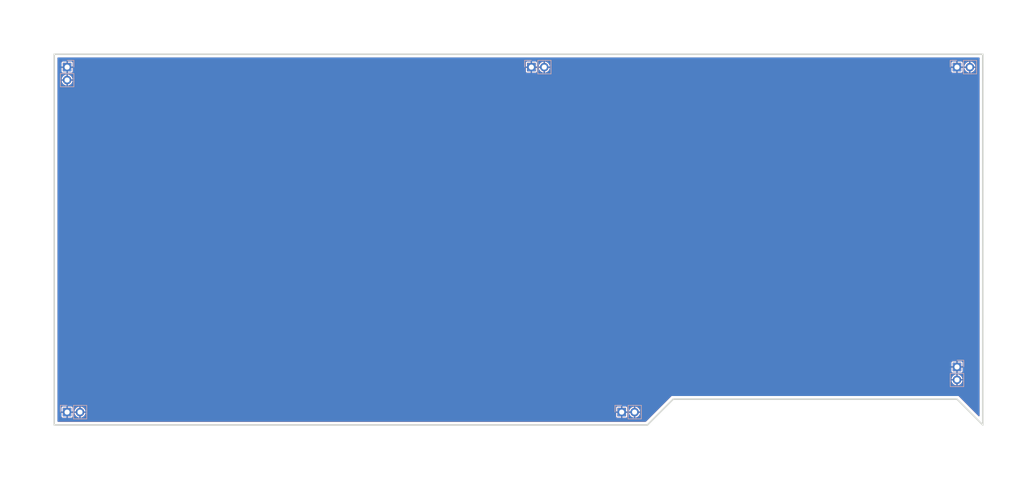
<source format=kicad_pcb>
(kicad_pcb (version 20221018) (generator pcbnew)
  (layers (0 "F.Cu" signal) (31 "B.Cu" signal) (34 "B.Paste" user) (35 "F.Paste" user) (36 "B.SilkS" user "B.Silkscreen") (37 "F.SilkS" user "F.Silkscreen") (38 "B.Mask" user) (39 "F.Mask" user) (44 "Edge.Cuts" user))
  (net 0 "")
  (net 1 "GND")
  (footprint "Connector_PinHeader_2.54mm:PinHeader_1x02_P2.54mm_Vertical" (layer "B.Cu") (at 666.115 434.975 -90)
    (fp_text reference " " hide)
    (fp_text value "PinHeader_1x02_P2.54mm_Vertical")
    (fp_line (start -1.33 -3.87) (end 1.33 -3.87) (stroke (width 0.12)) (layer "B.SilkS"))
    (fp_line (start -1.33 -1.27) (end -1.33 -3.87) (stroke (width 0.12)) (layer "B.SilkS"))
    (fp_line (start -1.33 -1.27) (end 1.33 -1.27) (stroke (width 0.12)) (layer "B.SilkS"))
    (fp_line (start -1.33 0) (end -1.33 1.33) (stroke (width 0.12)) (layer "B.SilkS"))
    (fp_line (start -1.33 1.33) (end 0 1.33) (stroke (width 0.12)) (layer "B.SilkS"))
    (fp_line (start 1.33 -1.27) (end 1.33 -3.87) (stroke (width 0.12)) (layer "B.SilkS"))
    (pad "1" thru_hole rect (at 0 0 270) (size 1.7 1.7) (drill 1) (layers "*.Cu" "*.Mask") (net 1 "GND"))
    (pad "2" thru_hole oval (at 0 -2.54 270) (size 1.7 1.7) (drill 1) (layers "*.Cu" "*.Mask") (net 1 "GND"))
  )
  (footprint "Connector_PinHeader_2.54mm:PinHeader_1x02_P2.54mm_Vertical" (layer "B.Cu") (at 732.15 367.03 -90)
    (fp_text reference " " hide)
    (fp_text value "PinHeader_1x02_P2.54mm_Vertical")
    (fp_line (start -1.33 -3.87) (end 1.33 -3.87) (stroke (width 0.12)) (layer "B.SilkS"))
    (fp_line (start -1.33 -1.27) (end -1.33 -3.87) (stroke (width 0.12)) (layer "B.SilkS"))
    (fp_line (start -1.33 -1.27) (end 1.33 -1.27) (stroke (width 0.12)) (layer "B.SilkS"))
    (fp_line (start -1.33 0) (end -1.33 1.33) (stroke (width 0.12)) (layer "B.SilkS"))
    (fp_line (start -1.33 1.33) (end 0 1.33) (stroke (width 0.12)) (layer "B.SilkS"))
    (fp_line (start 1.33 -1.27) (end 1.33 -3.87) (stroke (width 0.12)) (layer "B.SilkS"))
    (pad "1" thru_hole rect (at 0 0 270) (size 1.7 1.7) (drill 1) (layers "*.Cu" "*.Mask") (net 1 "GND"))
    (pad "2" thru_hole oval (at 0 -2.54 270) (size 1.7 1.7) (drill 1) (layers "*.Cu" "*.Mask") (net 1 "GND"))
  )
  (footprint "Connector_PinHeader_2.54mm:PinHeader_1x02_P2.54mm_Vertical" (layer "B.Cu") (at 648.33 367.03 -90)
    (fp_text reference " " hide)
    (fp_text value "PinHeader_1x02_P2.54mm_Vertical")
    (fp_line (start -1.33 -3.87) (end 1.33 -3.87) (stroke (width 0.12)) (layer "B.SilkS"))
    (fp_line (start -1.33 -1.27) (end -1.33 -3.87) (stroke (width 0.12)) (layer "B.SilkS"))
    (fp_line (start -1.33 -1.27) (end 1.33 -1.27) (stroke (width 0.12)) (layer "B.SilkS"))
    (fp_line (start -1.33 0) (end -1.33 1.33) (stroke (width 0.12)) (layer "B.SilkS"))
    (fp_line (start -1.33 1.33) (end 0 1.33) (stroke (width 0.12)) (layer "B.SilkS"))
    (fp_line (start 1.33 -1.27) (end 1.33 -3.87) (stroke (width 0.12)) (layer "B.SilkS"))
    (pad "1" thru_hole rect (at 0 0 270) (size 1.7 1.7) (drill 1) (layers "*.Cu" "*.Mask") (net 1 "GND"))
    (pad "2" thru_hole oval (at 0 -2.54 270) (size 1.7 1.7) (drill 1) (layers "*.Cu" "*.Mask") (net 1 "GND"))
  )
  (footprint "Connector_PinHeader_2.54mm:PinHeader_1x02_P2.54mm_Vertical" (layer "B.Cu") (at 732.155 426.08 180)
    (fp_text reference " " hide)
    (fp_text value "PinHeader_1x02_P2.54mm_Vertical")
    (fp_line (start -1.33 -3.87) (end 1.33 -3.87) (stroke (width 0.12)) (layer "B.SilkS"))
    (fp_line (start -1.33 -1.27) (end -1.33 -3.87) (stroke (width 0.12)) (layer "B.SilkS"))
    (fp_line (start -1.33 -1.27) (end 1.33 -1.27) (stroke (width 0.12)) (layer "B.SilkS"))
    (fp_line (start -1.33 0) (end -1.33 1.33) (stroke (width 0.12)) (layer "B.SilkS"))
    (fp_line (start -1.33 1.33) (end 0 1.33) (stroke (width 0.12)) (layer "B.SilkS"))
    (fp_line (start 1.33 -1.27) (end 1.33 -3.87) (stroke (width 0.12)) (layer "B.SilkS"))
    (pad "1" thru_hole rect (at 0 0 180) (size 1.7 1.7) (drill 1) (layers "*.Cu" "*.Mask") (net 1 "GND"))
    (pad "2" thru_hole oval (at 0 -2.54 180) (size 1.7 1.7) (drill 1) (layers "*.Cu" "*.Mask") (net 1 "GND"))
  )
  (footprint "Connector_PinHeader_2.54mm:PinHeader_1x02_P2.54mm_Vertical" (layer "B.Cu") (at 556.89 434.975 -90)
    (fp_text reference " " hide)
    (fp_text value "PinHeader_1x02_P2.54mm_Vertical")
    (fp_line (start -1.33 -3.87) (end 1.33 -3.87) (stroke (width 0.12)) (layer "B.SilkS"))
    (fp_line (start -1.33 -1.27) (end -1.33 -3.87) (stroke (width 0.12)) (layer "B.SilkS"))
    (fp_line (start -1.33 -1.27) (end 1.33 -1.27) (stroke (width 0.12)) (layer "B.SilkS"))
    (fp_line (start -1.33 0) (end -1.33 1.33) (stroke (width 0.12)) (layer "B.SilkS"))
    (fp_line (start -1.33 1.33) (end 0 1.33) (stroke (width 0.12)) (layer "B.SilkS"))
    (fp_line (start 1.33 -1.27) (end 1.33 -3.87) (stroke (width 0.12)) (layer "B.SilkS"))
    (pad "1" thru_hole rect (at 0 0 270) (size 1.7 1.7) (drill 1) (layers "*.Cu" "*.Mask") (net 1 "GND"))
    (pad "2" thru_hole oval (at 0 -2.54 270) (size 1.7 1.7) (drill 1) (layers "*.Cu" "*.Mask") (net 1 "GND"))
  )
  (footprint "Connector_PinHeader_2.54mm:PinHeader_1x02_P2.54mm_Vertical" (layer "B.Cu") (at 556.895 367.03 180)
    (fp_text reference " " hide)
    (fp_text value "PinHeader_1x02_P2.54mm_Vertical")
    (fp_line (start -1.33 -3.87) (end 1.33 -3.87) (stroke (width 0.12)) (layer "B.SilkS"))
    (fp_line (start -1.33 -1.27) (end -1.33 -3.87) (stroke (width 0.12)) (layer "B.SilkS"))
    (fp_line (start -1.33 -1.27) (end 1.33 -1.27) (stroke (width 0.12)) (layer "B.SilkS"))
    (fp_line (start -1.33 0) (end -1.33 1.33) (stroke (width 0.12)) (layer "B.SilkS"))
    (fp_line (start -1.33 1.33) (end 0 1.33) (stroke (width 0.12)) (layer "B.SilkS"))
    (fp_line (start 1.33 -1.27) (end 1.33 -3.87) (stroke (width 0.12)) (layer "B.SilkS"))
    (pad "1" thru_hole rect (at 0 0 180) (size 1.7 1.7) (drill 1) (layers "*.Cu" "*.Mask") (net 1 "GND"))
    (pad "2" thru_hole oval (at 0 -2.54 180) (size 1.7 1.7) (drill 1) (layers "*.Cu" "*.Mask") (net 1 "GND"))
  )
  (gr_line (start 554.355 437.50484) (end 554.355 364.49) (stroke (width 0.3)) (layer "Edge.Cuts"))
  (gr_line (start 737.22484 437.50484) (end 737.235 364.49) (stroke (width 0.3)) (layer "Edge.Cuts"))
  (gr_line (start 554.355 364.49) (end 737.235 364.49) (stroke (width 0.3)) (layer "Edge.Cuts"))
  (gr_line (start 676.26484 432.42484) (end 732.14484 432.42484) (stroke (width 0.3)) (layer "Edge.Cuts"))
  (gr_line (start 671.18484 437.50484) (end 554.355 437.50484) (stroke (width 0.3)) (layer "Edge.Cuts"))
  (gr_line (start 737.22484 437.50484) (end 732.14484 432.42484) (stroke (width 0.3)) (layer "Edge.Cuts"))
  (gr_line (start 671.18484 437.50484) (end 676.26484 432.42484) (stroke (width 0.3)) (layer "Edge.Cuts"))
  (zone (net 1) (net_name "GND") (layer "F.Cu") (connect_pads (clearance 0.25)) (min_thickness 0.25) (fill yes (thermal_gap 0.25) (thermal_bridge_width 0.25))
    (polygon (pts (xy 554.99 365.125) (xy 554.99 436.88) (xy 670.8648 436.88) (xy 675.9448 431.8) (xy 732.4598 431.8) (xy 736.6 435.9656) (xy 736.6 423.545) (xy 736.6 370.205) (xy 736.6 365.125)))
  )
  (zone (net 1) (net_name "GND") (layer "B.Cu") (connect_pads (clearance 0.25)) (min_thickness 0.25) (fill yes (thermal_gap 0.25) (thermal_bridge_width 0.25))
    (polygon (pts (xy 554.99 365.125) (xy 554.99 436.88) (xy 670.8648 436.88) (xy 675.9448 431.8) (xy 732.4598 431.8) (xy 736.6 435.9656) (xy 736.6 423.545) (xy 736.6 370.205) (xy 736.6 365.125)))
  )
)
</source>
